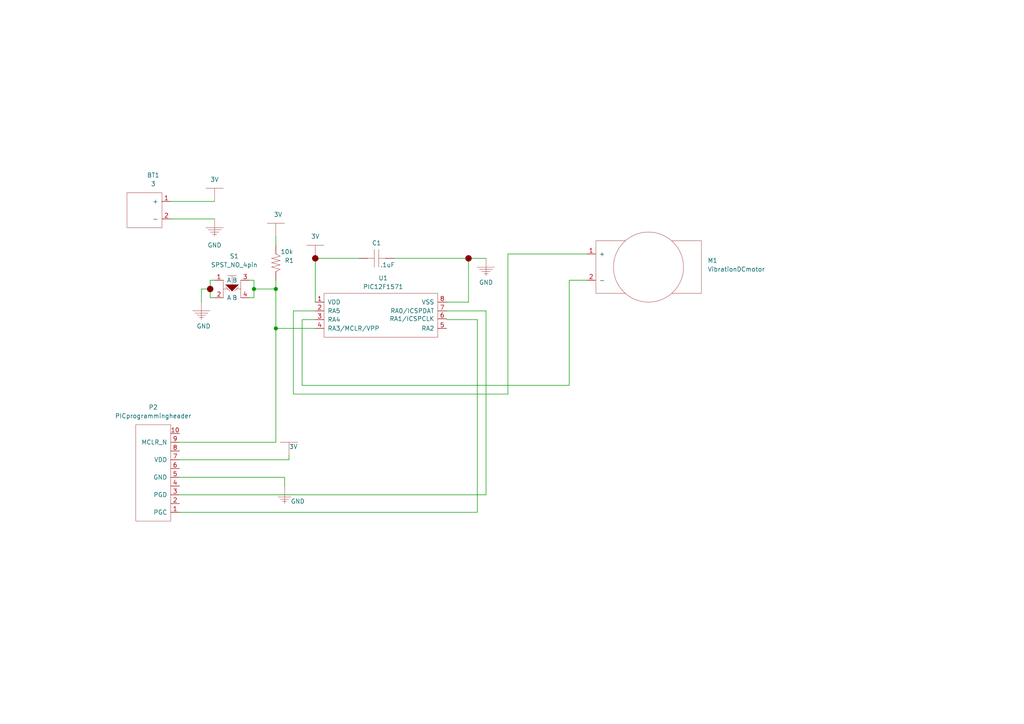
<source format=kicad_sch>
(kicad_sch (version 20231120) (generator "eeschema") (generator_version "8.0")
  (paper "A4")
  (lib_symbols
    (symbol "Generic_Symbols:3V" (power) (pin_numbers hide) (pin_names (offset 0) hide) (in_bom no)
      (property "Value" "3V" (at 0 5.08 0))
      (symbol "3V_0_1"
        (polyline (pts (xy -2.54 3.81) (xy 2.54 3.81)) (stroke (width 0.0005)))
        (polyline (pts (xy 0 0) (xy 0 3.81)) (stroke (width 0.0005)))
      )
      (symbol "3V_1_1"
        (pin power_in line (at 0 0 90) (length 2.54) hide (name "3V") (number "1"))
      )
    )
    (symbol "Generic_Symbols:Capacitor" (pin_numbers hide) (pin_names (offset 0) hide)
      (property "Reference" "C" (at 3.175 -1.905 0))
      (symbol "Capacitor_0_1"
        (polyline (pts (xy -2.54 -0.635) (xy 2.54 -0.635)) (stroke (width 0.0005)))
        (polyline (pts (xy -2.54 0.635) (xy 2.54 0.635)) (stroke (width 0.0005)))
        (polyline (pts (xy 0 -0.635) (xy 0 -2.54)) (stroke (width 0.0005)))
        (polyline (pts (xy 0 2.54) (xy 0 0.635)) (stroke (width 0.0005)))
      )
      (symbol "Capacitor_1_1"
        (pin unspecified line (at 0 5.08 270) (length 2.54) (name "1") (number "1"))
        (pin unspecified line (at 0 -5.08 90) (length 2.54) (name "2") (number "2"))
      )
    )
    (symbol "Generic_Symbols:GND" (power) (pin_numbers hide) (pin_names (offset 0) hide) (in_bom no)
      (property "Value" "GND" (at 0 -3.81 0))
      (symbol "GND_0_1"
        (polyline (pts (xy -2.54 0) (xy 2.54 0)) (stroke (width 0.0005)))
        (polyline (pts (xy -1.905 -0.635) (xy 1.905 -0.635)) (stroke (width 0.0005)))
        (polyline (pts (xy -1.27 -1.27) (xy 1.27 -1.27)) (stroke (width 0.0005)))
        (polyline (pts (xy -0.635 -1.905) (xy 0.635 -1.905)) (stroke (width 0.0005)))
        (polyline (pts (xy 0 2.54) (xy 0 -2.54)) (stroke (width 0.0005)))
      )
      (symbol "GND_1_1"
        (pin power_in line (at 0 2.54 270) (length 2.54) hide (name "GND") (number "1"))
      )
    )
    (symbol "Generic_Symbols:Resistor" (pin_numbers hide) (pin_names (offset 0) hide)
      (property "Reference" "R" (at 3.175 -1.905 0))
      (symbol "Resistor_0_1"
        (polyline (pts (xy 0 -2.54) (xy 1.27 -1.905) (xy -1.27 -1.27) (xy 1.27 -0.635) (xy -1.27 0) (xy 1.27 0.635) (xy -1.27 1.27) (xy 1.27 1.905) (xy 0 2.54)) (stroke (width 0.0005)))
      )
      (symbol "Resistor_1_1"
        (pin unspecified line (at 0 5.08 270) (length 2.54) (name "1") (number "1"))
        (pin unspecified line (at 0 -5.08 90) (length 2.54) (name "2") (number "2"))
      )
    )
    (symbol "Generic_Symbols:SPST_NO_4pin" (pin_names (offset 1.016))
      (property "Reference" "S" (at -12.954 0.254 0))
      (property "Value" "SPST_NO_4pin" (at -12.954 0.254 0))
      (symbol "SPST_NO_4pin_0_1"
        (polyline (pts (xy -2.54 0) (xy -1.27 0)) (stroke (width 0.0005)))
        (polyline (pts (xy -2.54 2.54) (xy -2.54 -2.54)) (stroke (width 0.0005)))
        (polyline (pts (xy -1.905 0.635) (xy -0.635 -0.635)) (stroke (width 0.0005)))
        (polyline (pts (xy -1.27 3.81) (xy 1.27 3.81)) (stroke (width 0.0005)))
        (polyline (pts (xy 0 1.27) (xy 0 3.81)) (stroke (width 0.0005)))
        (polyline (pts (xy 1.905 0.635) (xy 0.635 -0.635)) (stroke (width 0.0005)))
        (polyline (pts (xy 2.54 0) (xy 1.27 0)) (stroke (width 0.0005)))
        (polyline (pts (xy 2.54 2.54) (xy 2.54 -2.54) (xy 2.54 0)) (stroke (width 0.0005)))
        (polyline (pts (xy -1.905 1.27) (xy 0 -0.635) (xy 1.905 1.27) (xy -1.905 1.27)) (stroke (width 0.001)) (fill (type outline)))
      )
      (symbol "SPST_NO_4pin_1_1"
        (pin unspecified line (at -5.08 2.54 0) (length 2.54) (name "A") (number "1"))
        (pin unspecified line (at -5.08 -2.54 0) (length 2.54) (name "A") (number "2"))
        (pin unspecified line (at 5.08 2.54 180) (length 2.54) (name "B") (number "3"))
        (pin unspecified line (at 5.08 -2.54 180) (length 2.54) (name "B") (number "4"))
      )
    )
    (symbol "GymTimer:BK-913" (pin_names (offset 1.016))
      (property "Reference" "BT" (at 0 0 0))
      (property "Value" "BK-913" (at -1.27 -6.35 0))
      (symbol "BK-913_0_1"
        (rectangle (start -5.08 5.08) (end 5.08 -5.08) (stroke (width 0.0005)))
      )
      (symbol "BK-913_1_1"
        (pin power_out line (at 7.62 2.54 180) (length 2.54) (name "+") (number "1"))
        (pin power_in line (at 7.62 -2.54 180) (length 2.54) (name "-") (number "2"))
      )
    )
    (symbol "GymTimer:PIC12F1571" (pin_names (offset 1.016))
      (property "Reference" "U" (at 9.398 -7.62 0))
      (property "Value" "PIC12F1571" (at -14.732 -7.62 0))
      (symbol "PIC12F1571_0_1"
        (rectangle (start -20.32 6.35) (end 12.7 -6.35) (stroke (width 0.0005)))
      )
      (symbol "PIC12F1571_1_1"
        (pin power_in line (at -22.86 3.81 0) (length 2.54) (name "VDD") (number "1"))
        (pin unspecified line (at -22.86 1.27 0) (length 2.54) (name "RA5") (number "2"))
        (pin unspecified line (at -22.86 -1.27 0) (length 2.54) (name "RA4") (number "3"))
        (pin unspecified line (at -22.86 -3.81 0) (length 2.54) (name "RA3/MCLR/VPP") (number "4"))
        (pin unspecified line (at 15.24 -3.81 180) (length 2.54) (name "RA2") (number "5"))
        (pin unspecified line (at 15.24 -1.016 180) (length 2.54) (name "RA1/ICSPCLK") (number "6"))
        (pin unspecified line (at 15.24 1.27 180) (length 2.54) (name "RA0/ICSPDAT") (number "7"))
        (pin power_out line (at 15.24 3.81 180) (length 2.54) (name "VSS") (number "8"))
      )
    )
    (symbol "GymTimer:VibrationDCmotor" (pin_names (offset 1.016))
      (property "Reference" "M" (at 0 0 0))
      (property "Value" "VibrationDCmotor" (at -6.985 -11.43 0))
      (symbol "VibrationDCmotor_0_1"
        (polyline (pts (xy -6.731 7.62) (xy -15.24 7.62) (xy -15.24 -7.62) (xy -6.858 -7.62) (xy -6.731 -7.62)) (stroke (width 0.0005)))
        (polyline (pts (xy 6.858 7.62) (xy 15.367 7.62) (xy 15.367 -7.62) (xy 6.985 -7.62) (xy 6.858 -7.62)) (stroke (width 0.0005)))
        (circle (center 0 0) (radius 10.16) (stroke (width 0.0005)))
      )
      (symbol "VibrationDCmotor_1_1"
        (pin power_in line (at -17.907 3.81 0) (length 2.54) (name "+") (number "1"))
        (pin power_out line (at -17.907 -3.81 0) (length 2.54) (name "-") (number "2"))
      )
    )
    (symbol "GymTimer:idc_2050_PICpinout" (pin_names (offset 1.016))
      (property "Reference" "P" (at 8.89 0.635 0))
      (property "Value" "PICprogrammingheader" (at 3.175 11.43 0))
      (symbol "idc_2050_PICpinout_0_1"
        (rectangle (start -7.62 10.16) (end 20.32 0) (stroke (width 0.0005)))
      )
      (symbol "idc_2050_PICpinout_1_1"
        (pin unspecified line (at -5.08 -2.54 90) (length 2.54) (name "PGC") (number "1"))
        (pin unspecified line (at 17.78 -2.54 90) (length 2.54) (name "") (number "10"))
        (pin unspecified line (at -2.54 -2.54 90) (length 2.54) (name "") (number "2"))
        (pin unspecified line (at 0 -2.54 90) (length 2.54) (name "PGD") (number "3"))
        (pin unspecified line (at 2.54 -2.54 90) (length 2.54) (name "") (number "4"))
        (pin unspecified line (at 5.08 -2.54 90) (length 2.54) (name "GND") (number "5"))
        (pin unspecified line (at 7.62 -2.54 90) (length 2.54) (name "") (number "6"))
        (pin unspecified line (at 10.16 -2.54 90) (length 2.54) (name "VDD") (number "7"))
        (pin unspecified line (at 12.7 -2.54 90) (length 2.54) (name "") (number "8"))
        (pin unspecified line (at 15.24 -2.54 90) (length 2.54) (name "MCLR_N") (number "9"))
      )
    )
  )
  (junction (at 73.66 83.82) (diameter 1.016))
  (junction (at 91.44 74.93) (diameter 1.7) (color 132 0 0 1))
  (junction (at 135.89 74.93) (diameter 1.7) (color 132 0 0 1))
  (junction (at 60.96 83.82) (diameter 1.7) (color 132 0 0 1))
  (junction (at 80.01 83.82) (diameter 1.016))
  (junction (at 80.01 95.25) (diameter 1.016))
  (wire (pts (xy 140.97 90.17) (xy 140.97 143.51)))
  (wire (pts (xy 52.07 148.59) (xy 138.43 148.59)))
  (wire (pts (xy 165.1 111.76) (xy 87.63 111.76)))
  (wire (pts (xy 147.32 73.66) (xy 147.32 114.3)))
  (wire (pts (xy 82.55 138.43) (xy 82.55 140.97)))
  (wire (pts (xy 91.44 87.63) (xy 91.44 74.93)))
  (wire (pts (xy 52.07 128.27) (xy 80.01 128.27)))
  (wire (pts (xy 80.01 95.25) (xy 80.01 128.27)))
  (wire (pts (xy 129.54 87.63) (xy 135.89 87.63)))
  (wire (pts (xy 91.44 95.25) (xy 80.01 95.25)))
  (wire (pts (xy 138.43 92.71) (xy 138.43 148.59)))
  (wire (pts (xy 87.63 111.76) (xy 87.63 92.71)))
  (wire (pts (xy 73.66 83.82) (xy 73.66 86.36)))
  (wire (pts (xy 52.07 138.43) (xy 82.55 138.43)))
  (wire (pts (xy 80.01 83.82) (xy 80.01 81.28)))
  (wire (pts (xy 52.07 133.35) (xy 83.82 133.35)))
  (wire (pts (xy 129.54 90.17) (xy 140.97 90.17)))
  (wire (pts (xy 135.89 74.93) (xy 140.97 74.93)))
  (wire (pts (xy 72.39 81.28) (xy 73.66 81.28)))
  (wire (pts (xy 52.07 143.51) (xy 140.97 143.51)))
  (wire (pts (xy 147.32 73.66) (xy 170.18 73.66)))
  (wire (pts (xy 49.53 63.5) (xy 62.23 63.5)))
  (wire (pts (xy 85.09 114.3) (xy 147.32 114.3)))
  (wire (pts (xy 60.96 81.28) (xy 60.96 83.82)))
  (wire (pts (xy 165.1 81.28) (xy 165.1 111.76)))
  (wire (pts (xy 60.96 86.36) (xy 62.23 86.36)))
  (wire (pts (xy 87.63 92.71) (xy 91.44 92.71)))
  (wire (pts (xy 73.66 83.82) (xy 80.01 83.82)))
  (wire (pts (xy 114.3 74.93) (xy 135.89 74.93)))
  (wire (pts (xy 138.43 92.71) (xy 129.54 92.71)))
  (wire (pts (xy 135.89 74.93) (xy 135.89 87.63)))
  (wire (pts (xy 58.42 83.82) (xy 58.42 87.63)))
  (wire (pts (xy 73.66 81.28) (xy 73.66 83.82)))
  (wire (pts (xy 91.44 74.93) (xy 104.14 74.93)))
  (wire (pts (xy 170.18 81.28) (xy 165.1 81.28)))
  (wire (pts (xy 91.44 90.17) (xy 85.09 90.17)))
  (wire (pts (xy 60.96 83.82) (xy 60.96 86.36)))
  (wire (pts (xy 80.01 68.58) (xy 80.01 71.12)))
  (wire (pts (xy 60.96 81.28) (xy 62.23 81.28)))
  (wire (pts (xy 49.53 58.42) (xy 62.23 58.42)))
  (wire (pts (xy 85.09 90.17) (xy 85.09 114.3)))
  (wire (pts (xy 80.01 83.82) (xy 80.01 95.25)))
  (wire (pts (xy 58.42 83.82) (xy 60.96 83.82)))
  (wire (pts (xy 72.39 86.36) (xy 73.66 86.36)))
  (wire (pts (xy 83.82 133.35) (xy 83.82 132.08)))
  (symbol (lib_id "Generic_Symbols:Capacitor") (at 109.22 74.93 90) (unit 1)
    (property "Reference" "C1" (at 109.22 70.485 90))
    (property "Value" ".1uF" (at 112.395 76.835 90))
    (property "Footprint" "generic_footprints:cap-0402" (effects (hide yes)))
    (property "Datasheet" "https://www.digikey.com/en/products/detail/kemet/C0402C104K4RACAUTO/3314827" (effects (hide yes)))
    (property "Manufacturer Part Number" "C0402C104K4RACAUTO" (effects (hide yes)))
  )
  (symbol (lib_id "Generic_Symbols:SPST_NO_4pin") (at 67.31 83.82 0) (unit 1)
    (property "Reference" "S1" (at 67.945 74.295 0))
    (property "Value" "SPST_NO_4pin" (at 67.945 76.835 0))
    (property "Footprint" "GymTimer:SPST-NO-EVQ-Q2U02W" (effects (hide yes)))
    (property "Datasheet" "https://www.digikey.com/en/products/detail/panasonic-electronic-components/EVQ-Q2U02W/762904?s=N4IgTCBcDaIKIDUCOBaJYCuAGMB3EAugL5A" (effects (hide yes)))
  )
  (symbol (lib_id "Generic_Symbols:3V") (at 83.82 132.08 0) (unit 1) (in_bom no)
    (property "Reference" "#PWR01" (effects (hide yes)))
    (property "Value" "3V" (at 85.09 129.54 0))
  )
  (symbol (lib_id "GymTimer:VibrationDCmotor") (at 188.087 77.47 0) (unit 1)
    (property "Reference" "M1" (at 205.232 75.565 0) (effects (justify left)))
    (property "Value" "VibrationDCmotor" (at 205.232 78.105 0) (effects (justify left)))
    (property "Footprint" "GymTimer:Z4TH7B2120042P" (effects (hide yes)))
    (property "Sim.Device" "SPICE" (effects (hide yes)))
    (property "Sim.Params" "type=\"X\" model=\"VibrationDCmotor\" lib=\"\"" (effects (hide yes)))
    (property "Sim.Pins" "1=1 2=2" (effects (hide yes)))
  )
  (symbol (lib_id "Generic_Symbols:Resistor") (at 80.01 76.2 0) (unit 1)
    (property "Reference" "R1" (at 82.55 75.565 0) (effects (justify left)))
    (property "Value" "10k" (at 83.185 73.025 0))
    (property "Footprint" "generic_footprints:res_0402" (effects (hide yes)))
    (property "Datasheet" "https://www.digikey.com/en/products/detail/koa-speer-electronics-inc/RK73G1ETTP1002F/9852052" (effects (hide yes)))
    (property "Sim.Device" "SPICE" (effects (hide yes)))
    (property "Sim.Params" "type=\"R\" model=\"10k\" lib=\"\"" (effects (hide yes)))
    (property "Sim.Pins" "1=1 2=2" (effects (hide yes)))
  )
  (symbol (lib_id "Generic_Symbols:3V") (at 62.23 58.42 0) (unit 1) (in_bom no)
    (property "Reference" "#PWR0105" (effects (hide yes)))
    (property "Value" "3V" (at 62.23 52.07 0))
  )
  (symbol (lib_id "Generic_Symbols:GND") (at 82.55 143.51 0) (unit 1) (in_bom no)
    (property "Reference" "#PWR02" (effects (hide yes)))
    (property "Value" "GND" (at 86.36 145.415 0))
  )
  (symbol (lib_id "Generic_Symbols:GND") (at 62.23 66.04 0) (unit 1) (in_bom no)
    (property "Reference" "#PWR0107" (effects (hide yes)))
    (property "Value" "GND" (at 62.23 71.12 0))
  )
  (symbol (lib_id "GymTimer:PIC12F1571") (at 114.3 91.44 0) (unit 1)
    (property "Reference" "U1" (at 111.125 80.645 0))
    (property "Value" "PIC12F1571" (at 111.125 83.185 0))
    (property "Footprint" "GymTimer:PIC12F1571 MSOP8" (effects (hide yes)))
    (property "Datasheet" "https://www.digikey.com/en/products/detail/microchip-technology/PIC12F1571-I-MS/4739306" (effects (hide yes)))
  )
  (symbol (lib_id "Generic_Symbols:3V") (at 80.01 68.58 0) (unit 1) (in_bom no)
    (property "Reference" "#PWR0106" (effects (hide yes)))
    (property "Value" "3V" (at 80.645 62.23 0))
  )
  (symbol (lib_id "Generic_Symbols:3V") (at 91.44 74.93 0) (unit 1) (in_bom no)
    (property "Reference" "#PWR0102" (effects (hide yes)))
    (property "Value" "3V" (at 91.44 68.58 0))
  )
  (symbol (lib_id "Generic_Symbols:GND") (at 58.42 90.17 0) (unit 1) (in_bom no)
    (property "Reference" "#PWR0108" (effects (hide yes)))
    (property "Value" "GND" (at 59.055 94.615 0))
  )
  (symbol (lib_id "GymTimer:BK-913") (at 41.91 60.96 0) (unit 1)
    (property "Reference" "BT1" (at 44.45 50.8 0))
    (property "Value" "3" (at 44.45 53.34 0))
    (property "Footprint" "GymTimer:BK-913" (effects (hide yes)))
    (property "Datasheet" "https://www.digikey.com/en/products/detail/mpd-memory-protection-devices/BK-913/2329371" (effects (hide yes)))
    (property "Sim.Device" "V" (effects (hide yes)))
    (property "Sim.Type" "DC" (effects (hide yes)))
    (property "Sim.Pins" "1=+ 2=-" (effects (hide yes)))
  )
  (symbol (lib_id "Generic_Symbols:GND") (at 140.97 77.47 0) (unit 1) (in_bom no)
    (property "Reference" "#PWR0101" (effects (hide yes)))
    (property "Value" "GND" (at 140.97 81.915 0))
  )
  (symbol (lib_id "GymTimer:idc_2050_PICpinout") (at 49.53 143.51 90) (unit 1)
    (property "Reference" "P2" (at 44.45 118.11 90))
    (property "Value" "PICprogrammingheader" (at 44.45 120.65 90))
    (property "Footprint" "GymTimer:TC2050-idc" (effects (hide yes)))
  )
)
</source>
